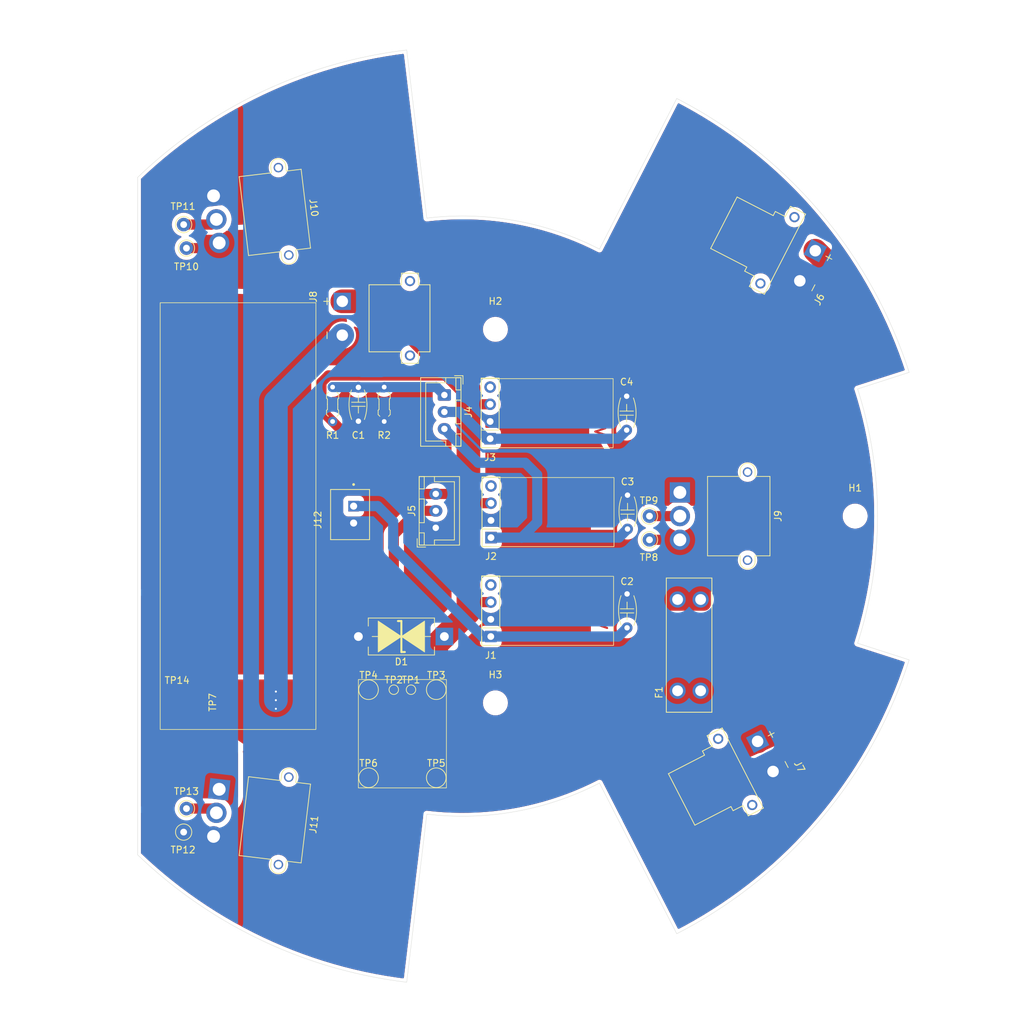
<source format=kicad_pcb>
(kicad_pcb (version 20241229) (generator "pcbnew") (generator_version "9.0")
  (title_block (title "SSL power board") (date "2025-10-02") (rev "V01") (company "Oxebots") (comment 1 "https://creativecommons.org/licenses/by/4.0/") (comment 2 "License: CC BY 4.0 ") (comment 3 "Author: Erick Suzart"))
  (layers (0 "F.Cu" signal) (2 "B.Cu" signal) (13 "F.Paste" user) (15 "B.Paste" user) (5 "F.SilkS" user "F.Silkscreen") (7 "B.SilkS" user "B.Silkscreen") (1 "F.Mask" user) (3 "B.Mask" user) (25 "Edge.Cuts" user))
  (net 0 "")
  (net 1 "V_{ BATT}")
  (net 2 "GND")
  (net 3 "+12V")
  (net 4 "+5V")
  (net 5 "+3.3V")
  (net 8 "Net-(J5-Pin_2)")
  (net 9 "Net-(J9-Pin_2)")
  (net 10 "/B_{6s}")
  (net 11 "/B_{4s}")
  (net 12 "Net-(J10-Pin_2)")
  (net 14 "/B_{2s}")
  (net 15 "/B_{GND}")
  (net 16 "Net-(J11-Pin_2)")
  (net 17 "/V_{MON}")
  (net 18 "GND_{BMS}")
  (footprint "TestPoint:TestPoint_Pad_D2.5mm" (layer "F.Cu") (at 75.105 142.72)
    (property "Reference" "TP6" (at 0 -2.148 0) (layer "F.SilkS"))
    (property "Value" "V-")
    (pad "1" smd circle (at 0 0) (size 2.5 2.5) (layers "F.Cu" "F.Mask") (net 18 "GND_{BMS}"))
  )
  (footprint "Connector_PinSocket_2.54mm:PinSocket_1x04_P2.54mm_Vertical" (layer "F.Cu") (at 93.065 92.66 180)
    (property "Reference" "J3" (at 0 -2.77 0) (layer "F.SilkS"))
    (property "Value" "PinSocket_1x04_P2.54")
    (pad "1" thru_hole rect (at 0 0 180) (size 1.7 1.7) (drill 1) (layers "*.Cu" "*.Mask") (net 5 "+3.3V"))
    (pad "2" thru_hole circle (at 0 2.54 180) (size 1.7 1.7) (drill 1) (layers "*.Cu" "*.Mask") (net 2 "GND"))
    (pad "3" thru_hole circle (at 0 5.08 180) (size 1.7 1.7) (drill 1) (layers "*.Cu" "*.Mask") (net 1 "V_{ BATT}"))
    (pad "4" thru_hole circle (at 0 7.62 180) (size 1.7 1.7) (drill 1) (layers "*.Cu" "*.Mask"))
  )
  (footprint "MountingHole:MountingHole_3.2mm_M3" (layer "F.Cu") (at 93.847149 76.515383)
    (property "Reference" "H2" (at 0 -4.15 0) (layer "F.SilkS"))
    (property "Value" "MountingHole")
    (pad "" np_thru_hole circle (at 0 0) (size 3.2 3.2) (drill 3.2) (layers "*.Cu" "*.Mask"))
  )
  (footprint "PCM_Capacitor_THT_AKL:C_Disc_D5.0mm_W2.5mm_P5.00mm" (layer "F.Cu") (at 113.295 115.58 -90)
    (property "Reference" "C2" (at -1.838 0 180) (layer "F.SilkS"))
    (property "Value" "100nF" (hide yes))
    (pad "1" thru_hole circle (at 0 0 270) (size 1.6 1.6) (drill 0.8) (layers "*.Cu" "*.Mask") (net 2 "GND"))
    (pad "2" thru_hole circle (at 5 0 270) (size 1.6 1.6) (drill 0.8) (layers "*.Cu" "*.Mask") (net 3 "+12V"))
  )
  (footprint "Connector_Wire:SolderWirePad_1x01_SMD_5x10mm" (layer "F.Cu") (at 58.075 131.59 90)
    (property "Reference" "TP7" (at 0 -6 90) (layer "F.SilkS"))
    (property "Value" "P-")
    (pad "1" smd roundrect (at 0 0 90) (size 5 10) (layers "F.Cu" "F.Mask") (net 18 "GND_{BMS}"))
  )
  (footprint "oxebots_connectors:AMASS_MR30PW-M_1x03_P3.50mm_Horizontal" (layer "F.Cu") (at 121.095891 100.59 -90)
    (property "Reference" "J9" (at 3.5 -14.5 90) (layer "F.SilkS"))
    (property "Value" "MR30PW-M")
    (pad "" thru_hole circle (at -3 -10 270) (size 1.4 1.4) (drill 1) (layers "*.Cu" "*.Mask"))
    (pad "" thru_hole circle (at 10 -10 270) (size 1.4 1.4) (drill 1) (layers "*.Cu" "*.Mask"))
    (pad "1" thru_hole rect (at 0 0 270) (size 3 3) (drill 1.9) (layers "*.Cu" "*.Mask") (net 11 "/B_{4s}"))
    (pad "2" thru_hole circle (at 3.5 0 270) (size 3 3) (drill 1.9) (layers "*.Cu" "*.Mask") (net 9 "Net-(J9-Pin_2)"))
    (pad "3" thru_hole circle (at 7 0 270) (size 3 3) (drill 1.9) (layers "*.Cu" "*.Mask") (net 10 "/B_{6s}"))
  )
  (footprint "PCM_Diode_THT_AKL:D_DO-201_P12.70mm_Horizontal_TVS" (layer "F.Cu") (at 86.305 121.87 180)
    (property "Reference" "D1" (at 6.35 -3.725 0) (layer "F.SilkS"))
    (property "Value" "1.5KE30CA" (hide yes))
    (pad "1" thru_hole rect (at 0 0 180) (size 2.6 2.6) (drill 1.3) (layers "*.Cu" "*.Mask") (net 1 "V_{ BATT}"))
    (pad "2" thru_hole oval (at 12.7 0 180) (size 2.6 2.6) (drill 1.3) (layers "*.Cu" "*.Mask") (net 2 "GND"))
  )
  (footprint "MountingHole:MountingHole_3.2mm_M3" (layer "F.Cu") (at 93.847143 131.664619)
    (property "Reference" "H3" (at 0 -4.15 0) (layer "F.SilkS"))
    (property "Value" "MountingHole")
    (pad "" np_thru_hole circle (at 0 0) (size 3.2 3.2) (drill 3.2) (layers "*.Cu" "*.Mask"))
  )
  (footprint "TestPoint:TestPoint_THTPad_D2.0mm_Drill1.0mm" (layer "F.Cu") (at 48.205 64.523178 -83.2)
    (property "Reference" "TP10" (at 2.71757 0.324051 0) (layer "F.SilkS"))
    (property "Value" "B4")
    (pad "1" thru_hole circle (at 0 0 276.8) (size 2 2) (drill 1) (layers "*.Cu" "*.Mask") (net 11 "/B_{4s}"))
  )
  (footprint "Connector_JST:JST_XH_B3B-XH-A_1x03_P2.50mm_Vertical" (layer "F.Cu") (at 85.035 105.815 90)
    (property "Reference" "J5" (at 2.5 -3.55 90) (layer "F.SilkS"))
    (property "Value" "JST_XH_B3B")
    (pad "1" thru_hole roundrect (at 0 0 90) (size 1.7 1.95) (drill 0.95) (layers "*.Cu" "*.Mask") (roundrect_rratio 0.147059) (net 2 "GND"))
    (pad "2" thru_hole oval (at 2.5 0 90) (size 1.7 1.95) (drill 0.95) (layers "*.Cu" "*.Mask") (net 8 "Net-(J5-Pin_2)"))
    (pad "3" thru_hole oval (at 5 0 90) (size 1.7 1.95) (drill 0.95) (layers "*.Cu" "*.Mask") (net 1 "V_{ BATT}"))
  )
  (footprint "TestPoint:TestPoint_Pad_D1.0mm" (layer "F.Cu") (at 81.375 129.72)
    (property "Reference" "TP1" (at 0 -1.448 0) (layer "F.SilkS"))
    (property "Value" "SW+")
    (pad "1" smd circle (at 0 0) (size 1 1) (layers "F.Cu" "F.Mask") (net 1 "V_{ BATT}"))
  )
  (footprint "TestPoint:TestPoint_THTPad_D2.0mm_Drill1.0mm" (layer "F.Cu") (at 116.605 107.59 -90)
    (property "Reference" "TP8" (at 2.596 0.074 180) (layer "F.SilkS"))
    (property "Value" "B6")
    (pad "1" thru_hole circle (at 0 0 270) (size 2 2) (drill 1) (layers "*.Cu" "*.Mask") (net 10 "/B_{6s}"))
  )
  (footprint "TestPoint:TestPoint_Pad_D2.5mm" (layer "F.Cu") (at 85.105 129.72)
    (property "Reference" "TP3" (at 0 -2.148 0) (layer "F.SilkS"))
    (property "Value" "V+")
    (pad "1" smd circle (at 0 0) (size 2.5 2.5) (layers "F.Cu" "F.Mask") (net 1 "V_{ BATT}"))
  )
  (footprint "PCM_Capacitor_THT_AKL:C_Disc_D5.0mm_W2.5mm_P5.00mm" (layer "F.Cu") (at 113.362 100.995 -90)
    (property "Reference" "C3" (at -1.985 0 180) (layer "F.SilkS"))
    (property "Value" "100nF" (hide yes))
    (pad "1" thru_hole circle (at 0 0 270) (size 1.6 1.6) (drill 0.8) (layers "*.Cu" "*.Mask") (net 2 "GND"))
    (pad "2" thru_hole circle (at 5 0 270) (size 1.6 1.6) (drill 0.8) (layers "*.Cu" "*.Mask") (net 4 "+5V"))
  )
  (footprint "oxebots_connectors:AMASS_MR30PW-M_1x03_P3.50mm_Horizontal" (layer "F.Cu") (at 52.20996 56.802794 -83.2)
    (property "Reference" "J10" (at 3.499999 -14.500001 96.8) (layer "F.SilkS"))
    (property "Value" "MR30PW-M")
    (pad "" thru_hole circle (at -3 -9.999999 276.8) (size 1.4 1.4) (drill 1) (layers "*.Cu" "*.Mask"))
    (pad "" thru_hole circle (at 10.000002 -9.999999 276.8) (size 1.4 1.4) (drill 1) (layers "*.Cu" "*.Mask"))
    (pad "1" thru_hole rect (at 0 0 276.8) (size 3 3) (drill 1.9) (layers "*.Cu" "*.Mask") (net 14 "/B_{2s}"))
    (pad "2" thru_hole circle (at 3.500001 -0.000001 276.8) (size 3 3) (drill 1.9) (layers "*.Cu" "*.Mask") (net 12 "Net-(J10-Pin_2)"))
    (pad "3" thru_hole circle (at 7 0 276.8) (size 3 3) (drill 1.9) (layers "*.Cu" "*.Mask") (net 11 "/B_{4s}"))
  )
  (footprint "oxebots_connectors:AMASS_MR30PW-M_1x03_P3.50mm_Horizontal" (layer "F.Cu") (at 53.038787 144.426447 -96.8)
    (property "Reference" "J11" (at 3.5 -14.5 83.2) (layer "F.SilkS"))
    (property "Value" "MR30PW-M")
    (pad "" thru_hole circle (at -3 -10 263.2) (size 1.4 1.4) (drill 1) (layers "*.Cu" "*.Mask"))
    (pad "" thru_hole circle (at 9.999999 -10.000002 263.2) (size 1.4 1.4) (drill 1) (layers "*.Cu" "*.Mask"))
    (pad "1" thru_hole rect (at 0 0 263.2) (size 3 3) (drill 1.9) (layers "*.Cu" "*.Mask") (net 15 "/B_{GND}"))
    (pad "2" thru_hole circle (at 3.5 0 263.2) (size 3 3) (drill 1.9) (layers "*.Cu" "*.Mask") (net 16 "Net-(J11-Pin_2)"))
    (pad "3" thru_hole circle (at 7 0 263.2) (size 3 3) (drill 1.9) (layers "*.Cu" "*.Mask") (net 14 "/B_{2s}"))
  )
  (footprint "MountingHole:MountingHole_3.2mm_M3" (layer "F.Cu") (at 146.985 104.09)
    (property "Reference" "H1" (at 0 -4.15 0) (layer "F.SilkS"))
    (property "Value" "MountingHole")
    (pad "" np_thru_hole circle (at 0 0) (size 3.2 3.2) (drill 3.2) (layers "*.Cu" "*.Mask"))
  )
  (footprint "oxebots_connectors:AMASS_XT30PW-M" (layer "F.Cu") (at 81.225 74.88 -90)
    (property "Reference" "J8" (at -3.175 14.2875 90) (layer "F.SilkS"))
    (property "Value" "XT30PW-M")
    (pad "N" thru_hole circle (at 2.5 10 270) (size 2.55 2.55) (drill 1.7) (layers "*.Cu" "*.Mask") (net 18 "GND_{BMS}"))
    (pad "P" thru_hole rect (at -2.5 10 270) (size 2.55 2.55) (drill 1.7) (layers "*.Cu" "*.Mask") (net 1 "V_{ BATT}"))
    (pad "S1" thru_hole circle (at 5.5 0 270) (size 1.508 1.508) (drill 1) (layers "*.Cu" "*.Mask"))
    (pad "S2" thru_hole circle (at -5.5 0 270) (size 1.508 1.508) (drill 1) (layers "*.Cu" "*.Mask"))
  )
  (footprint "TestPoint:TestPoint_THTPad_D2.0mm_Drill1.0mm" (layer "F.Cu") (at 47.790586 150.74538 -96.8)
    (property "Reference" "TP12" (at 2.613266 -0.217364 0) (layer "F.SilkS"))
    (property "Value" "B2")
    (pad "1" thru_hole circle (at 0 0 263.2) (size 2 2) (drill 1) (layers "*.Cu" "*.Mask") (net 14 "/B_{2s}"))
  )
  (footprint "Connector_PinSocket_2.54mm:PinSocket_1x04_P2.54mm_Vertical" (layer "F.Cu") (at 93.163 121.87 180)
    (property "Reference" "J1" (at 0 -2.77 0) (layer "F.SilkS"))
    (property "Value" "PinSocket_1x04_P2.54")
    (pad "1" thru_hole rect (at 0 0 180) (size 1.7 1.7) (drill 1) (layers "*.Cu" "*.Mask") (net 3 "+12V"))
    (pad "2" thru_hole circle (at 0 2.54 180) (size 1.7 1.7) (drill 1) (layers "*.Cu" "*.Mask") (net 2 "GND"))
    (pad "3" thru_hole circle (at 0 5.08 180) (size 1.7 1.7) (drill 1) (layers "*.Cu" "*.Mask") (net 1 "V_{ BATT}"))
    (pad "4" thru_hole circle (at 0 7.62 180) (size 1.7 1.7) (drill 1) (layers "*.Cu" "*.Mask"))
  )
  (footprint "TestPoint:TestPoint_Pad_D1.0mm" (layer "F.Cu") (at 78.835 129.72)
    (property "Reference" "TP2" (at 0 -1.448 0) (layer "F.SilkS"))
    (property "Value" "SW_{NO}")
    (pad "1" smd circle (at 0 0) (size 1 1) (layers "F.Cu" "F.Mask") (net 8 "Net-(J5-Pin_2)"))
  )
  (footprint "PCM_Capacitor_THT_AKL:C_Disc_D5.0mm_W2.5mm_P5.00mm" (layer "F.Cu") (at 113.235 86.39 -90)
    (property "Reference" "C4" (at -2.112 0.006 180) (layer "F.SilkS"))
    (property "Value" "100nF" (hide yes))
    (pad "1" thru_hole circle (at 0 0 270) (size 1.6 1.6) (drill 0.8) (layers "*.Cu" "*.Mask") (net 2 "GND"))
    (pad "2" thru_hole circle (at 5 0 270) (size 1.6 1.6) (drill 0.8) (layers "*.Cu" "*.Mask") (net 5 "+3.3V"))
  )
  (footprint "PCM_Capacitor_THT_AKL:C_Disc_D5.0mm_W2.5mm_P5.00mm" (layer "F.Cu") (at 73.605 90.08 90)
    (property "Reference" "C1" (at -2.072 0 180) (layer "F.SilkS"))
    (property "Value" "100nF" (hide yes))
    (pad "1" thru_hole circle (at 0 0 90) (size 1.6 1.6) (drill 0.8) (layers "*.Cu" "*.Mask") (net 2 "GND"))
    (pad "2" thru_hole circle (at 5 0 90) (size 1.6 1.6) (drill 0.8) (layers "*.Cu" "*.Mask") (net 17 "/V_{MON}"))
  )
  (footprint "PCM_Resistor_THT_AKL:R_Axial_DIN0204_L3.6mm_D1.6mm_P5.08mm_Horizontal" (layer "F.Cu") (at 77.415 85.04 -90)
    (property "Reference" "R2" (at 7.112 0 180) (layer "F.SilkS"))
    (property "Value" "220K" (hide yes))
    (pad "1" thru_hole circle (at 0 0 270) (size 1.4 1.4) (drill 0.7) (layers "*.Cu" "*.Mask") (net 17 "/V_{MON}"))
    (pad "2" thru_hole oval (at 5.08 0 270) (size 1.4 1.4) (drill 0.7) (layers "*.Cu" "*.Mask") (net 2 "GND"))
  )
  (footprint "TestPoint:TestPoint_Pad_D2.5mm" (layer "F.Cu") (at 75.105 129.72)
    (property "Reference" "TP4" (at 0 -2.148 0) (layer "F.SilkS"))
    (property "Value" "V^{-}_{no}")
    (pad "1" smd circle (at 0 0) (size 2.5 2.5) (layers "F.Cu" "F.Mask") (net 2 "GND"))
  )
  (footprint "Connector_JST:JST_XH_B3B-XH-A_1x03_P2.50mm_Vertical" (layer "F.Cu") (at 86.305 86.21 -90)
    (property "Reference" "J4" (at 2.5 -3.55 90) (layer "F.SilkS"))
    (property "Value" "JST_XH_B3B")
    (pad "1" thru_hole roundrect (at 0 0 270) (size 1.7 1.95) (drill 0.95) (layers "*.Cu" "*.Mask") (roundrect_rratio 0.147059) (net 17 "/V_{MON}"))
    (pad "2" thru_hole oval (at 2.5 0 270) (size 1.7 1.95) (drill 0.95) (layers "*.Cu" "*.Mask") (net 5 "+3.3V"))
    (pad "3" thru_hole oval (at 5 0 270) (size 1.7 1.95) (drill 0.95) (layers "*.Cu" "*.Mask") (net 4 "+5V"))
  )
  (footprint "oxebots_connectors:JST_B2B-XH-A" (layer "F.Cu") (at 72.373 103.866 90)
    (property "Reference" "J12" (at -0.775 -4.76 90) (layer "F.SilkS"))
    (property "Value" "12V connection")
    (pad "1" thru_hole rect (at 1.25 0.525 90) (size 1.575 1.575) (drill 1.05) (layers "*.Cu" "*.Mask") (net 3 "+12V"))
    (pad "2" thru_hole circle (at -1.25 0.525 90) (size 1.575 1.575) (drill 1.05) (layers "*.Cu" "*.Mask") (net 2 "GND"))
  )
  (footprint "oxebots_connectors:AMASS_XT30PW-F" (layer "F.Cu") (at 129.271 141.856 117.2)
    (property "Reference" "J7" (at -3.635 8.805 117.2) (layer "F.SilkS"))
    (property "Value" "XT30PW-F")
    (pad "N" thru_hole circle (at -2.5 5 117.2) (size 2.55 2.55) (drill 1.7) (layers "*.Cu" "*.Mask") (net 2 "GND"))
    (pad "P" thru_hole rect (at 2.5 5 117.2) (size 2.55 2.55) (drill 1.7) (layers "*.Cu" "*.Mask") (net 1 "V_{ BATT}"))
    (pad "S1" thru_hole circle (at 5.5 0 117.2) (size 1.508 1.508) (drill 1) (layers "*.Cu" "*.Mask"))
    (pad "S2" thru_hole circle (at -5.5 0 117.2) (size 1.508 1.508) (drill 1) (layers "*.Cu" "*.Mask"))
  )
  (footprint "TestPoint:TestPoint_THTPad_D2.0mm_Drill1.0mm" (layer "F.Cu") (at 116.605 104.09 -90)
    (property "Reference" "TP9" (at -2.286 0.074 180) (layer "F.SilkS"))
    (property "Value" "B5")
    (pad "1" thru_hole circle (at 0 0 270) (size 2 2) (drill 1) (layers "*.Cu" "*.Mask") (net 9 "Net-(J9-Pin_2)"))
  )
  (footprint "TestPoint:TestPoint_THTPad_D2.0mm_Drill1.0mm" (layer "F.Cu") (at 48.205 147.27 -96.8)
    (property "Reference" "TP13" (at -2.522132 0.300746 0) (layer "F.SilkS"))
    (property "Value" "B1")
    (pad "1" thru_hole circle (at 0 0 263.2) (size 2 2) (drill 1) (layers "*.Cu" "*.Mask") (net 16 "Net-(J11-Pin_2)"))
  )
  (footprint "PCM_Resistor_THT_AKL:R_Axial_DIN0204_L3.6mm_D1.6mm_P5.08mm_Horizontal" (layer "F.Cu") (at 69.795 90.12 90)
    (property "Reference" "R1" (at -2.032 0 180) (layer "F.SilkS"))
    (property "Value" "5.6M" (hide yes))
    (pad "1" thru_hole circle (at 0 0 90) (size 1.4 1.4) (drill 0.7) (layers "*.Cu" "*.Mask") (net 1 "V_{ BATT}"))
    (pad "2" thru_hole oval (at 5.08 0 90) (size 1.4 1.4) (drill 0.7) (layers "*.Cu" "*.Mask") (net 17 "/V_{MON}"))
  )
  (footprint "oxebots:FUSE_3557-10" (layer "F.Cu") (at 122.460891 123.14 90)
    (property "Reference" "F1" (at -6.985 -4.445 90) (layer "F.SilkS"))
    (property "Value" "30A")
    (pad "1_1" thru_hole circle (at -6.735 -1.7 90) (size 2.4 2.4) (drill 1.6) (layers "*.Cu" "*.Mask") (net 1 "V_{ BATT}"))
    (pad "1_2" thru_hole circle (at -6.735 1.7 90) (size 2.4 2.4) (drill 1.6) (layers "*.Cu" "*.Mask") (net 1 "V_{ BATT}"))
    (pad "2_1" thru_hole circle (at 6.735 -1.7 90) (size 2.4 2.4) (drill 1.6) (layers "*.Cu" "*.Mask") (net 10 "/B_{6s}"))
    (pad "2_2" thru_hole circle (at 6.735 1.7 90) (size 2.4 2.4) (drill 1.6) (layers "*.Cu" "*.Mask") (net 10 "/B_{6s}"))
  )
  (footprint "Connector_Wire:SolderWirePad_1x01_SMD_5x10mm" (layer "F.Cu") (at 46.825 122.34 180)
    (property "Reference" "TP14" (at 0 -6 0) (layer "F.SilkS"))
    (property "Value" "B-")
    (pad "1" smd roundrect (at 0 0 180) (size 5 10) (layers "F.Cu" "F.Mask") (net 15 "/B_{GND}"))
  )
  (footprint "TestPoint:TestPoint_Pad_D2.5mm" (layer "F.Cu") (at 85.105 142.72)
    (property "Reference" "TP5" (at 0 -2.148 0) (layer "F.SilkS"))
    (property "Value" "B+")
    (pad "1" smd circle (at 0 0) (size 2.5 2.5) (layers "F.Cu" "F.Mask") (net 1 "V_{ BATT}"))
  )
  (footprint "Connector_PinSocket_2.54mm:PinSocket_1x04_P2.54mm_Vertical" (layer "F.Cu") (at 93.192 107.265 180)
    (property "Reference" "J2" (at 0 -2.77 0) (layer "F.SilkS"))
    (property "Value" "PinSocket_1x04_P2.54")
    (pad "1" thru_hole rect (at 0 0 180) (size 1.7 1.7) (drill 1) (layers "*.Cu" "*.Mask") (net 4 "+5V"))
    (pad "2" thru_hole circle (at 0 2.54 180) (size 1.7 1.7) (drill 1) (layers "*.Cu" "*.Mask") (net 2 "GND"))
    (pad "3" thru_hole circle (at 0 5.08 180) (size 1.7 1.7) (drill 1) (layers "*.Cu" "*.Mask") (net 1 "V_{ BATT}"))
    (pad "4" thru_hole circle (at 0 7.62 180) (size 1.7 1.7) (drill 1) (layers "*.Cu" "*.Mask"))
  )
  (footprint "TestPoint:TestPoint_THTPad_D2.0mm_Drill1.0mm" (layer "F.Cu") (at 47.790585 61.047799 -83.2)
    (property "Reference" "TP11" (at -2.670043 -0.224135 0) (layer "F.SilkS"))
    (property "Value" "B3")
    (pad "1" thru_hole circle (at 0 0 276.8) (size 2 2) (drill 1) (layers "*.Cu" "*.Mask") (net 12 "Net-(J10-Pin_2)"))
  )
  (footprint "oxebots_connectors:AMASS_XT30PW-F" (layer "F.Cu") (at 135.510347 64.843828 62.8)
    (property "Reference" "J6" (at -3.635 8.805 62.8) (layer "F.SilkS"))
    (property "Value" "XT30PW-F")
    (pad "N" thru_hole circle (at -2.5 5 62.8) (size 2.55 2.55) (drill 1.7) (layers "*.Cu" "*.Mask") (net 2 "GND"))
    (pad "P" thru_hole rect (at 2.5 5 62.8) (size 2.55 2.55) (drill 1.7) (layers "*.Cu" "*.Mask") (net 1 "V_{ BATT}"))
    (pad "S1" thru_hole circle (at 5.5 0 62.8) (size 1.508 1.508) (drill 1) (layers "*.Cu" "*.Mask"))
    (pad "S2" thru_hole circle (at -5.5 0 62.8) (size 1.508 1.508) (drill 1) (layers "*.Cu" "*.Mask"))
  )
  (gr_poly (pts (xy 71.784437 157.848889) (xy 71.860284 157.212816) (xy 71.867563 157.163538) (xy 71.877611 157.116349) (xy 71.890721 157.071491) (xy 71.907184 157.02921) (xy 71.916763 157.009111) (xy 71.927291 156.989748) (xy 71.938802 156.971151) (xy 71.951333 156.953351) (xy 71.964922 156.936377) (xy 71.979604 156.920261) (xy 71.995416 156.905033) (xy 72.012393 156.890723) (xy 72.030574 156.877362) (xy 72.049993 156.864981) (xy 72.070688 156.853609) (xy 72.092695 156.843278) (xy 72.116051 156.834019) (xy 72.140791 156.825861) (xy 72.166953 156.818834) (xy 72.194571 156.81297) (xy 72.223685 156.808298) (xy 72.254329 156.804851) (xy 72.28654 156.802657) (xy 72.320354 156.801748) (xy 72.355808 156.802154) (xy 72.392939 156.803905) (xy 72.431783 156.807032) (xy 72.472376 156.811565) (xy 72.688653 156.832827) (xy 79.807602 157.685847) (xy 79.851955 157.691618) (xy 79.869869 157.694557) (xy 79.885163 157.697832) (xy 79.891882 157.699667) (xy 79.898011 157.701673) (xy 79.903569 157.703877) (xy 79.908578 157.706307) (xy 79.913059 157.708991) (xy 79.917035 157.71196) (xy 79.920524 157.715241) (xy 79.923549 157.718862) (xy 79.926131 157.722851) (xy 79.928291 157.727237) (xy 79.93005 157.732049) (xy 79.931429 157.737315) (xy 79.932448 157.743063) (xy 79.933131 157.749323) (xy 79.933497 157.756121) (xy 79.933567 157.763487) (xy 79.932905 157.780035) (xy 79.931314 157.799195) (xy 79.926022 157.84626) (xy 79.609866 160.497624) (xy 79.611021 160.497762) (xy 79.29336 163.161748) (xy 79.289416 163.194064) (xy 79.287265 163.210166) (xy 79.284881 163.22631) (xy 79.284006 163.231692) (xy 79.282991 163.236865) (xy 79.281835 163.241828) (xy 79.280541 163.246584) (xy 79.279107 163.251133) (xy 79.277536 163.255478) (xy 79.275827 163.259617) (xy 79.273979 163.263554) (xy 79.271997 163.26729) (xy 79.269879 163.270825) (xy 79.267625 163.274161) (xy 79.265237 163.277297) (xy 79.262714 163.280237) (xy 79.260058 163.282982) (xy 79.25727 163.28553) (xy 79.254348 163.287886) (xy 79.251296 163.290049) (xy 79.248113 163.292021) (xy 79.244799 163.293802) (xy 79.241355 163.295394) (xy 79.237783 163.296798) (xy 79.234081 163.298017) (xy 79.230251 163.299048) (xy 79.226295 163.299897) (xy 79.22221 163.300561) (xy 79.218001 163.301044) (xy 79.213666 163.301345) (xy 79.209205 163.301467) (xy 79.204619 163.30141) (xy 79.199911 163.301176) (xy 79.190124 163.300179) (xy 79.141931 163.294034) (xy 79.093624 163.288177) (xy 78.997054 163.276766) (xy 73.380215 162.606999) (xy 73.486652 161.714385) (xy 73.518638 161.717399) (xy 73.550596 161.71882) (xy 73.582468 161.718663) (xy 73.614199 161.716947) (xy 73.645735 161.713684) (xy 73.677021 161.708892) (xy 73.707999 161.702586) (xy 73.738617 161.69478) (xy 73.768817 161.685491) (xy 73.798545 161.674735) (xy 73.827745 161.662526) (xy 73.856363 161.648881) (xy 73.884343 161.633814) (xy 73.911628 161.617341) (xy 73.938165 161.599479) (xy 73.963897 161.580242) (xy 73.988646 161.559755) (xy 74.012247 161.538162) (xy 74.034673 161.515514) (xy 74.055897 161.491863) (xy 74.075889 161.467257) (xy 74.094622 161.441745) (xy 74.112067 161.415381) (xy 74.128196 161.388212) (xy 74.142983 161.360289) (xy 74.156397 161.331663) (xy 74.168411 161.302383) (xy 74.178998 161.272499) (xy 74.188127 161.242062) (xy 74.195773 161.211123) (xy 74.201906 161.179729) (xy 74.206498 161.147933) (xy 74.209512 161.115947) (xy 74.210934 161.08399) (xy 74.210778 161.052118) (xy 74.209062 161.020386) (xy 74.2058 160.988849) (xy 74.201009 160.957565) (xy 74.194703 160.926585) (xy 74.186898 160.895969) (xy 74.177609 160.865768) (xy 74.166854 160.83604) (xy 74.154645 160.806839) (xy 74.141001 160.778221) (xy 74.125935 160.750242) (xy 74.109463 160.722955) (xy 74.091601 160.696419) (xy 74.072365 160.670685) (xy 74.051877 160.645936) (xy 74.030286 160.622335) (xy 74.007638 160.599908) (xy 73.983986 160.578685) (xy 73.95938 160.558691) (xy 73.933869 160.539958) (xy 73.907504 160.522513) (xy 73.880334 160.506382) (xy 73.85241 160.491596) (xy 73.823782 160.478181) (xy 73.794501 160.466165) (xy 73.764615 160.455578) (xy 73.734175 160.446448) (xy 73.703233 160.438801) (xy 73.671836 160.432666) (xy 73.640036 160.428073) (xy 73.800514 159.082264) (xy 73.8325 159.085277) (xy 73.864458 159.086697) (xy 73.896329 159.086542) (xy 73.928061 159.084825) (xy 73.959597 159.081563) (xy 73.990882 159.076771) (xy 74.021861 159.070464) (xy 74.052478 159.062659) (xy 74.082679 159.053369) (xy 74.112406 159.042613) (xy 74.141607 159.030404) (xy 74.170225 159.016759) (xy 74.198204 159.001692) (xy 74.22549 158.98522) (xy 74.252026 158.967358) (xy 74.277759 158.948121) (xy 74.302508 158.927633) (xy 74.326109 158.906041) (xy 74.348535 158.883393) (xy 74.369759 158.859742) (xy 74.389751 158.835135) (xy 74.408483 158.809624) (xy 74.425929 158.783259) (xy 74.442058 158.756091) (xy 74.456844 158.728168) (xy 74.470259 158.699542) (xy 74.482272 158.670262) (xy 74.492859 158.640378) (xy 74.501988 158.609941) (xy 74.509634 158.579002) (xy 74.515768 158.547608) (xy 74.52036 158.515812) (xy 74.523467 158.482617) (xy 74.524875 158.449661) (xy 74.524621 158.416988) (xy 74.522739 158.384645) (xy 74.519266 158.352674) (xy 74.514236 158.321123) (xy 74.507687 158.290036) (xy 74.499652 158.259459) (xy 74.490168 158.229437) (xy 74.479271 158.200014) (xy 74.466995 158.171237) (xy 74.453377 158.14315) (xy 74.438453 158.115798) (xy 74.422256 158.089227) (xy 74.404823 158.063483) (xy 74.386191 158.03861) (xy 74.366395 158.014653) (xy 74.345468 157.991658) (xy 74.323449 157.96967) (xy 74.300372 157.948734) (xy 74.276273 157.928895) (xy 74.251186 157.910199) (xy 74.225149 157.892691) (xy 74.198196 157.876416) (xy 74.170364 157.861419) (xy 74.141688 157.847745) (xy 74.112201 157.83544) (xy 74.081943 157.824549) (xy 74.050947 157.815118) (xy 74.019248 157.80719) (xy 73.986884 157.800812) (xy 73.953888 157.796029) (xy 73.920694 157.792919) (xy 73.887738 157.791507) (xy 73.855065 157.791758) (xy 73.822721 157.793637) (xy 73.790751 157.797107) (xy 73.759199 157.802132) (xy 73.728112 157.808679) (xy 73.697533 157.81671) (xy 73.66751 157.826191) (xy 73.638086 157.837085) (xy 73.609308 157.849358) (xy 73.581219 157.862973) (xy 73.553866 157.877895) (xy 73.527294 157.894089) (xy 73.501548 157.911518) (xy 73.476673 157.930147) (xy 73.452714 157.949942) (xy 73.429716 157.970865) (xy 73.407726 157.992881) (xy 73.386787 158.015956) (xy 73.366947 158.040054) (xy 73.348248 158.065137) (xy 73.330737 158.091172) (xy 73.31446 158.118122) (xy 73.29946 158.145953) (xy 73.285784 158.174627) (xy 73.273476 158.20411) (xy 73.262582 158.234367) (xy 73.253147 158.265362) (xy 73.245217 158.297059) (xy 73.238835 158.329421) (xy 73.23405 158.36241) (xy 73.231037 158.394391) (xy 73.229615 158.426347) (xy 73.22977 158.45822) (xy 73.231486 158.489951) (xy 73.234748 158.521487) (xy 73.239539 158.552773) (xy 73.245846 158.583751) (xy 73.25365 158.614369) (xy 73.262939 158.644569) (xy 73.273696 158.674298) (xy 73.285903 158.703498) (xy 73.299549 158.732116) (xy 73.314615 158.760095) (xy 73.331086 158.787382) (xy 73.348948 158.813919) (xy 73.368184 158.839652) (xy 73.388671 158.864401) (xy 73.410264 158.888002) (xy 73.432911 158.91043) (xy 73.456562 158.931653) (xy 73.481169 158.951646) (xy 73.506679 158.970379) (xy 73.533045 158.987824) (xy 73.560214 159.003955) (xy 73.588138 159.018742) (xy 73.616766 159.032157) (xy 73.646047 159.044172) (xy 73.675933 159.054759) (xy 73.706373 159.063889) (xy 73.737316 159.071536) (xy 73.768713 159.07767) (xy 73.800514 159.082264) (xy 73.640036 160.428073) (xy 73.608048 160.42506) (xy 73.576092 160.42364) (xy 73.54422 160.423795) (xy 73.512488 160.425512) (xy 73.480953 160.428774) (xy 73.449667 160.433566) (xy 73.418689 160.439873) (xy 73.388071 160.447678) (xy 73.357871 160.456967) (xy 73.328143 160.467723) (xy 73.298942 160.479933) (xy 73.270325 160.493578) (xy 73.242345 160.508645) (xy 73.21506 160.525117) (xy 73.188522 160.542979) (xy 73.162789 160.562216) (xy 73.138042 160.582704) (xy 73.11444 160.604296) (xy 73.092014 160.626944) (xy 73.070791 160.650595) (xy 73.050799 160.675202) (xy 73.032065 160.700714) (xy 73.014621 160.727079) (xy 72.99849 160.754248) (xy 72.983704 160.782172) (xy 72.97029 160.810799) (xy 72.958276 160.840079) (xy 72.94769 160.869964) (xy 72.938559 160.900403) (xy 72.930914 160.931344) (xy 72.924781 160.962739) (xy 72.920188 160.994531) (xy 72.917175 161.026511) (xy 72.915753 161.058469) (xy 72.915909 161.09034) (xy 72.917625 161.122072) (xy 72.920887 161.153609) (xy 72.925678 161.184893) (xy 72.931984 161.215873) (xy 72.939789 161.24649) (xy 72.949077 161.27669) (xy 72.959834 161.306418) (xy 72.972042 161.335619) (xy 72.985687 161.364237) (xy 73.000753 161.392217) (xy 73.017224 161.419503) (xy 73.035087 161.44604) (xy 73.054322 161.471773) (xy 73.07481 161.496522) (xy 73.096402 161.520124) (xy 73.119049 161.54255) (xy 73.142701 161.563774) (xy 73.167308 161.583767) (xy 73.192818 161.6025) (xy 73.219184 161.619946) (xy 73.246353 161.636076) (xy 73.274277 161.650863) (xy 73.302905 161.664278) (xy 73.332186 161.676293) (xy 73.362072 161.68688) (xy 73.392512 161.696011) (xy 73.423455 161.703658) (xy 73.454851 161.709792) (xy 73.486652 161.714385) (xy 73.380215 162.606999) (xy 71.805498 162.419225) (xy 71.778006 162.41515) (xy 71.750946 162.409538) (xy 71.724357 162.402403) (xy 71.698281 162.393762) (xy 71.672756 162.383628) (xy 71.647824 162.372014) (xy 71.623525 162.358936) (xy 71.599898 162.344409) (xy 71.576985 162.328446) (xy 71.554824 162.311062) (xy 71.533457 162.292272) (xy 71.512925 162.27209) (xy 71.493266 162.250532) (xy 71.474522 162.227609) (xy 71.456733 162.203339) (xy 71.439937 162.177736) (xy 71.424178 162.150811) (xy 71.409493 162.122583) (xy 71.395925 162.093064) (xy 71.383512 162.062268) (xy 71.372295 162.030211) (xy 71.362314 161.996908) (xy 71.35361 161.96237) (xy 71.346222 161.926616) (xy 71.340192 161.889657) (xy 71.335559 161.85151) (xy 71.332364 161.812187) (xy 71.330646 161.771705) (xy 71.330447 161.730076) (xy 71.331805 161.687316) (xy 71.334762 161.64344) (xy 71.339357 161.598461) (xy 71.542395 159.872168)) (fill yes) (layer "F.Cu"))
  (gr_poly (pts (xy 79.611406 160.497807) (xy 79.611021 160.497762) (xy 79.611067 160.497377)) (fill yes) (layer "F.Cu"))
  (gr_poly (pts (xy 77.30468 163.507068) (xy 77.306033 163.500206) (xy 77.307714 163.493485) (xy 77.309713 163.486914) (xy 77.312023 163.480499) (xy 77.314632 163.474247) (xy 77.317531 163.468167) (xy 77.320711 163.462266) (xy 77.324162 163.456552) (xy 77.327873 163.451033) (xy 77.331838 163.445714) (xy 77.336044 163.440605) (xy 77.340483 163.435712) (xy 77.345145 163.431043) (xy 77.35002 163.426607) (xy 77.3551 163.42241) (xy 77.360374 163.41846) (xy 77.365833 163.414764) (xy 77.371466 163.41133) (xy 77.377265 163.408166) (xy 77.38322 163.405279) (xy 77.389322 163.402677) (xy 77.395561 163.400367) (xy 77.401926 163.398356) (xy 77.408409 163.396654) (xy 77.415 163.395265) (xy 77.42169 163.394199) (xy 77.428468 163.393463) (xy 77.435326 163.393065) (xy 77.442253 163.393011) (xy 77.449241 163.393311) (xy 77.456278 163.39397) (xy 79.961466 163.692695) (xy 79.968461 163.69371) (xy 79.975323 163.695062) (xy 79.982043 163.696742) (xy 79.988614 163.698742) (xy 79.99503 163.701051) (xy 80.001281 163.703661) (xy 80.007362 163.70656) (xy 80.013263 163.709739) (xy 80.018976 163.71319) (xy 80.024497 163.716903) (xy 80.029816 163.720866) (xy 80.034925 163.725073) (xy 80.039817 163.729511) (xy 80.044485 163.734174) (xy 80.048922 163.73905) (xy 80.053119 163.744129) (xy 80.05707 163.749403) (xy 80.060765 163.754861) (xy 80.064198 163.760495) (xy 80.067363 163.766295) (xy 80.070249 163.772249) (xy 80.072852 163.778351) (xy 80.075162 163.784589) (xy 80.077172 163.790955) (xy 80.078875 163.797438) (xy 80.080264 163.804029) (xy 80.081329 163.810719) (xy 80.082066 163.817497) (xy 80.082464 163.824354) (xy 80.082517 163.831282) (xy 80.082218 163.838269) (xy 80.081558 163.845307) (xy 79.929212 165.122925) (xy 79.928198 165.12992) (xy 79.926845 165.136783) (xy 79.925165 165.143503) (xy 79.923166 165.150074) (xy 79.920856 165.15649) (xy 79.918247 165.162741) (xy 79.915348 165.168821) (xy 79.912168 165.174722) (xy 79.908717 165.180436) (xy 79.905005 165.185956) (xy 79.901041 165.191274) (xy 79.896835 165.196384) (xy 79.892396 165.201277) (xy 79.887734 165.205945) (xy 79.882858 165.210382) (xy 79.877779 165.214579) (xy 79.872505 165.218528) (xy 79.867046 165.222224) (xy 79.861413 165.225658) (xy 79.855613 165.228822) (xy 79.849659 165.231709) (xy 79.843557 165.234312) (xy 79.837318 165.236621) (xy 79.830953 165.238632) (xy 79.82447 165.240335) (xy 79.817878 165.241724) (xy 79.811189 165.242789) (xy 79.80441 165.243525) (xy 79.797553 165.243923) (xy 79.790626 165.243977) (xy 79.783638 165.243678) (xy 79.776601 165.243018) (xy 77.271413 164.944293) (xy 77.264418 164.943279) (xy 77.257556 164.941926) (xy 77.250836 164.940246) (xy 77.244264 164.938246) (xy 77.237849 164.935937) (xy 77.231597 164.933328) (xy 77.225517 164.930429) (xy 77.219617 164.927249) (xy 77.213902 164.923798) (xy 77.208382 164.920086) (xy 77.203063 164.916122) (xy 77.197954 164.911915) (xy 77.193061 164.907477) (xy 77.188393 164.902814) (xy 77.183957 164.897938) (xy 77.179759 164.89286) (xy 77.175809 164.887586) (xy 77.172113 164.882127) (xy 77.16868 164.876494) (xy 77.165516 164.870694) (xy 77.16263 164.864739) (xy 77.160027 164.858638) (xy 77.157717 164.852399) (xy 77.155707 164.846033) (xy 77.154003 164.83955) (xy 77.152615 164.832959) (xy 77.151549 164.82627) (xy 77.150813 164.819491) (xy 77.150415 164.812634) (xy 77.150362 164.805707) (xy 77.15066 164.798719) (xy 77.15132 164.791682) (xy 77.303667 163.514064)) (stroke (width 0) (color 29 29 27 1)) (fill yes) (layer "F.Cu"))
  (gr_poly (pts (xy 71.867997 157.620722) (xy 71.791661 158.260891) (xy 70.670733 157.927139) (xy 70.700019 157.68154)) (stroke (width 0) (color 29 29 27 1)) (fill yes) (layer "F.Cu"))
  (gr_poly (pts (xy 78.23126 155.736537) (xy 78.232613 155.729675) (xy 78.234294 155.722954) (xy 78.236293 155.716383) (xy 78.238603 155.709967) (xy 78.241211 155.703716) (xy 78.24411 155.697636) (xy 78.247291 155.691735) (xy 78.250741 155.686021) (xy 78.254453 155.680501) (xy 78.258418 155.675183) (xy 78.262623 155.670073) (xy 78.267063 155.66518) (xy 78.271724 155.660512) (xy 78.2766 155.656075) (xy 78.28168 155.651878) (xy 78.286954 155.647928) (xy 78.292413 155.644232) (xy 78.298046 155.640799) (xy 78.303845 155.637634) (xy 78.3098 155.634748) (xy 78.315902 155.632145) (xy 78.32214 155.629836) (xy 78.328506 155.627825) (xy 78.334988 155.626122) (xy 78.34158 155.624733) (xy 78.348269 155.623668) (xy 78.355048 155.622931) (xy 78.361906 155.622534) (xy 78.368833 155.622479) (xy 78.37582 155.622779) (xy 78.382858 155.623439) (xy 80.888045 155.922164) (xy 80.89504 155.923178) (xy 80.901903 155.92453) (xy 80.908623 155.926211) (xy 80.915194 155.92821) (xy 80.92161 155.93052) (xy 80.927861 155.933129) (xy 80.933942 155.936028) (xy 80.939843 155.939208) (xy 80.945556 155.942659) (xy 80.951076 155.946371) (xy 80.956395 155.950335) (xy 80.961504 155.954541) (xy 80.966397 155.95898) (xy 80.971065 155.963642) (xy 80.975502 155.968518) (xy 80.979699 155.973597) (xy 80.983649 155.978871) (xy 80.987345 155.98433) (xy 80.990778 155.989963) (xy 80.993943 155.995763) (xy 80.996829 156.001718) (xy 80.999432 156.007819) (xy 81.001741 156.014058) (xy 81.003752 156.020424) (xy 81.005455 156.026907) (xy 81.006844 156.033498) (xy 81.007909 156.040187) (xy 81.008646 156.046966) (xy 81.009043 156.053823) (xy 81.009097 156.060751) (xy 81.008798 156.067738) (xy 81.008138 156.074776) (xy 80.855792 157.352393) (xy 80.854778 157.359388) (xy 80.853425 157.36625) (xy 80.851745 157.372971) (xy 80.849745 157.379542) (xy 80.847436 157.385958) (xy 80.844827 157.392209) (xy 80.841928 157.39829) (xy 80.838748 157.404191) (xy 80.835297 157.409904) (xy 80.831585 157.415424) (xy 80.82762 157.420743) (xy 80.823415 157.425852) (xy 80.818975 157.430745) (xy 80.814314 157.435413) (xy 80.809438 157.43985) (xy 80.804359 157.444047) (xy 80.799085 157.447997) (xy 80.793626 157.451693) (xy 80.787993 157.455126) (xy 80.782193 157.458291) (xy 80.776238 157.461178) (xy 80.770136 157.46378) (xy 80.763898 157.466089) (xy 80.757533 157.4681) (xy 80.75105 157.469803) (xy 80.744458 157.471192) (xy 80.737769 157.472257) (xy 80.73099 157.472994) (xy 80.724133 157.473391) (xy 80.717206 157.473446) (xy 80.710218 157.473146) (xy 80.70318 157.472487) (xy 78.197993 157.173762) (xy 78.190998 157.172747) (xy 78.184136 157.171395) (xy 78.177416 157.169714) (xy 78.170844 157.167715) (xy 78.164428 157.165405) (xy 78.158177 157.162796) (xy 78.152097 157.159897) (xy 78.146197 157.156717) (xy 78.140482 157.153266) (xy 78.134962 157.149554) (xy 78.129643 157.145591) (xy 78.124534 157.141384) (xy 78.119641 157.136945) (xy 78.114973 157.132283) (xy 78.110536 157.127407) (xy 78.106339 157.122328) (xy 78.102389 157.117054) (xy 78.098693 157.111595) (xy 78.09526 157.105962) (xy 78.092096 157.100162) (xy 78.089209 157.094208) (xy 78.086606 157.088106) (xy 78.084297 157.081867) (xy 78.082286 157.075502) (xy 78.080583 157.069019) (xy 78.079195 157.062427) (xy 78.078129 157.055738) (xy 78.077393 157.048959) (xy 78.076995 157.042102) (xy 78.076942 157.035175) (xy 78.07724 157.028187) (xy 78.0779 157.02115) (xy 78.230247 155.743533)) (stroke (width 0) (color 29 29 27 1)) (fill yes) (layer "F.Cu"))
  (gr_line (start 115.769 102.566) (end 115.769 102.566) (stroke (width 0.2)) (layer "F.Cu"))
  (gr_rect (start 91.862 98.395) (end 111.362 108.595) (stroke (width 0.1)) (fill no) (layer "F.SilkS"))
  (gr_rect (start 91.795 112.98) (end 111.295 123.18) (stroke (width 0.1)) (fill no) (layer "F.SilkS"))
  (gr_rect (start 91.735 83.79) (end 111.235 93.99) (stroke (width 0.1)) (fill no) (layer "F.SilkS"))
  (gr_rect (start 73.605 128.22) (end 86.605 144.22) (stroke (width 0.1)) (fill no) (layer "F.SilkS"))
  (gr_rect (start 44.325 72.59) (end 67.325 135.59) (stroke (width 0.1)) (fill no) (layer "F.SilkS"))
  (gr_arc (start 154.966532 125.313505) (mid 141.822103 148.948001) (end 120.633704 165.753273) (stroke (width 0.05)) (layer "Edge.Cuts"))
  (gr_arc (start 83.714744 60.093641) (mid 96.808319 60.475199) (end 109.218211 64.668276) (stroke (width 0.05)) (layer "Edge.Cuts"))
  (gr_arc (start 80.741247 172.908897) (mid 59.330697 166.736807) (end 40.985 154.09) (stroke (width 0.05)) (layer "Edge.Cuts"))
  (gr_line (start 40.985 104.09) (end 40.985 154.09) (stroke (width 0.05)) (layer "Edge.Cuts"))
  (gr_line (start 80.741257 35.271103) (end 83.714744 60.093641) (stroke (width 0.05)) (layer "Edge.Cuts"))
  (gr_line (start 109.21821 143.511724) (end 120.633704 165.753273) (stroke (width 0.05)) (layer "Edge.Cuts"))
  (gr_arc (start 109.218211 143.511724) (mid 96.808319 147.704801) (end 83.714744 148.086359) (stroke (width 0.05)) (layer "Edge.Cuts"))
  (gr_line (start 80.741257 172.908897) (end 83.714744 148.086359) (stroke (width 0.05)) (layer "Edge.Cuts"))
  (gr_arc (start 147.350821 85.316178) (mid 149.555149 94.588292) (end 150.295892 104.09) (stroke (width 0.05)) (layer "Edge.Cuts"))
  (gr_arc (start 40.985 54.09) (mid 59.330698 41.443194) (end 80.741247 35.271103) (stroke (width 0.05)) (layer "Edge.Cuts"))
  (gr_line (start 154.966532 125.313505) (end 147.350821 122.863822) (stroke (width 0.05)) (layer "Edge.Cuts"))
  (gr_arc (start 150.295892 104.09) (mid 149.55515 113.591708) (end 147.350821 122.863822) (stroke (width 0.05)) (layer "Edge.Cuts"))
  (gr_line (start 154.966532 82.866495) (end 147.350821 85.316178) (stroke (width 0.05)) (layer "Edge.Cuts"))
  (gr_arc (start 120.633704 42.426727) (mid 141.822103 59.231999) (end 154.966532 82.866495) (stroke (width 0.05)) (layer "Edge.Cuts"))
  (gr_line (start 40.985 104.09) (end 40.985 54.09) (stroke (width 0.05)) (layer "Edge.Cuts"))
  (gr_line (start 109.21821 64.668276) (end 120.633704 42.426727) (stroke (width 0.05)) (layer "Edge.Cuts"))
  (gr_text "CRG" (at 87.575 71.832 270) (layer "F.Cu") (effects (font (size 1.5 1.5) (thickness 0.3) (bold yes)) (justify left bottom)))
  (gr_text "V01" (at 76.145 43.638 276.8) (layer "F.Cu") (effects (font (size 3 3) (thickness 0.6) (bold yes)) (justify left bottom)))
  (gr_text "5 V" (at 108.657 101.296 270) (layer "F.Cu") (effects (font (size 1.5 1.5) (thickness 0.3) (bold yes)) (justify left bottom)))
  (gr_text "3.3 V" (at 108.403 86.056 270) (layer "F.Cu") (effects (font (size 1.5 1.5) (thickness 0.3) (bold yes)) (justify left bottom)))
  (gr_text "12 V" (at 108.657 115.266 270) (layer "F.Cu") (effects (font (size 1.5 1.5) (thickness 0.3) (bold yes)) (justify left bottom)))
  (segment (start 90.705398 87.58) (end 86.454398 83.329) (width 1.5) (layer "F.Cu") (net 1))
  (segment (start 93.065 87.58) (end 90.705398 87.58) (width 1.5) (layer "F.Cu") (net 1))
  (segment (start 85.035 100.815) (end 80.49 100.815) (width 1.5) (layer "F.Cu") (net 1))
  (segment (start 143.455 78.436) (end 135.327 86.564) (width 3.5) (layer "F.Cu") (net 1))
  (segment (start 143.455 67.260603) (end 143.455 78.436) (width 3.5) (layer "F.Cu") (net 1))
  (segment (start 68.144 84.356133) (end 68.144 88.469) (width 1.5) (layer "F.Cu") (net 1))
  (segment (start 125.103368 129.875) (end 120.760891 129.875) (width 3.5) (layer "F.Cu") (net 1))
  (segment (start 77.050448 72.38) (end 89.861 85.190552) (width 3.5) (layer "F.Cu") (net 1))
  (segment (start 69.171133 83.329) (end 68.144 84.356133) (width 1.5) (layer "F.Cu") (net 1))
  (segment (start 86.305 121.87) (end 89.861 118.314) (width 3.5) (layer "F.Cu") (net 1))
  (segment (start 85.105 123.07) (end 86.305 121.87) (width 3.5) (layer "F.Cu") (net 1))
  (segment (start 85.105 123.07) (end 85.105 129.72) (width 3.5) (layer "F.Cu") (net 1))
  (segment (start 86.454398 83.329) (end 69.171133 83.329) (width 1.5) (layer "F.Cu") (net 1))
  (segment (start 93.163 116.79) (end 91.385 116.79) (width 1.5) (layer "F.Cu") (net 1))
  (segment (start 141.100174 64.905777) (end 143.455 67.260603) (width 3.5) (layer "F.Cu") (net 1))
  (segment (start 71.225 72.38) (end 77.050448 72.38) (width 3.5) (layer "F.Cu") (net 1))
  (segment (start 90.75 102.185) (end 89.38 100.815) (width 1.5) (layer "F.Cu") (net 1))
  (segment (start 89.38 100.815) (end 85.035 100.815) (width 1.5) (layer "F.Cu") (net 1))
  (segment (start 91.385 116.79) (end 89.861 118.314) (width 1.5) (layer "F.Cu") (net 1))
  (segment (start 89.861 85.190552) (end 89.861 118.314) (width 3.5) (layer "F.Cu") (net 1))
  (segment (start 132.575337 137.346969) (end 125.103368 129.875) (width 3.5) (layer "F.Cu") (net 1))
  (segment (start 135.327 86.564) (end 135.327 129.236) (width 3.5) (layer "F.Cu") (net 1))
  (segment (start 93.192 102.185) (end 90.75 102.185) (width 1.5) (layer "F.Cu") (net 1))
  (segment (start 80.49 100.815) (end 69.795 90.12) (width 1.5) (layer "F.Cu") (net 1))
  (segment (start 68.144 88.469) (end 69.795 90.12) (width 1.5) (layer "F.Cu") (net 1))
  (segment (start 81.375 129.72) (end 85.105 129.72) (width 1.5) (layer "F.Cu") (net 1))
  (segment (start 76.454 102.616) (end 72.898 102.616) (width 1.5) (layer "B.Cu") (net 3))
  (segment (start 91.898 121.87) (end 78.74 108.712) (width 1.5) (layer "B.Cu") (net 3))
  (segment (start 78.74 108.712) (end 78.74 104.902) (width 1.5) (layer "B.Cu") (net 3))
  (segment (start 112.005 121.87) (end 93.163 121.87) (width 1.5) (layer "B.Cu") (net 3))
  (segment (start 113.295 120.58) (end 112.005 121.87) (width 1.5) (layer "B.Cu") (net 3))
  (segment (start 78.74 104.902) (end 76.454 102.616) (width 1.5) (layer "B.Cu") (net 3))
  (segment (start 93.163 121.87) (end 91.898 121.87) (width 1.5) (layer "B.Cu") (net 3))
  (segment (start 86.305 91.21) (end 91.311 96.216) (width 1.5) (layer "B.Cu") (net 4))
  (segment (start 98.243 96.216) (end 100.021 97.994) (width 1.5) (layer "B.Cu") (net 4))
  (segment (start 100.021 97.994) (end 100.021 104.979) (width 1.5) (layer "B.Cu") (net 4))
  (segment (start 100.021 104.979) (end 97.735 107.265) (width 1.5) (layer "B.Cu") (net 4))
  (segment (start 97.735 107.265) (end 112.092 107.265) (width 1.5) (layer "B.Cu") (net 4))
  (segment (start 112.092 107.265) (end 113.362 105.995) (width 1.5) (layer "B.Cu") (net 4))
  (segment (start 93.192 107.265) (end 97.735 107.265) (width 1.5) (layer "B.Cu") (net 4))
  (segment (start 91.311 96.216) (end 98.243 96.216) (width 1.5) (layer "B.Cu") (net 4))
  (segment (start 86.305 88.71) (end 88.53 88.71) (width 1.5) (layer "B.Cu") (net 5))
  (segment (start 88.53 88.71) (end 92.48 92.66) (width 1.5) (layer "B.Cu") (net 5))
  (segment (start 92.48 92.66) (end 93.065 92.66) (width 1.5) (layer "B.Cu") (net 5))
  (segment (start 113.235 91.39) (end 111.965 92.66) (width 1.5) (layer "B.Cu") (net 5))
  (segment (start 111.965 92.66) (end 93.065 92.66) (width 1.5) (layer "B.Cu") (net 5))
  (segment (start 78.835 129.72) (end 78.835 106.839) (width 1.5) (layer "F.Cu") (net 8))
  (segment (start 82.359 103.315) (end 85.035 103.315) (width 1.5) (layer "F.Cu") (net 8))
  (segment (start 78.835 106.839) (end 82.359 103.315) (width 1.5) (layer "F.Cu") (net 8))
  (segment (start 121.095891 104.09) (end 116.605 104.09) (width 1.5) (layer "F.Cu") (net 9))
  (segment (start 116.605 107.59) (end 121.095891 107.59) (width 1.5) (layer "F.Cu") (net 10))
  (segment (start 52.269163 64.523178) (end 53.038788 63.753553) (width 1.5) (layer "F.Cu") (net 11))
  (segment (start 48.205 64.523178) (end 52.269163 64.523178) (width 1.5) (layer "F.Cu") (net 11))
  (segment (start 47.790585 61.047799) (end 51.85475 61.047799) (width 1.5) (layer "F.Cu") (net 12))
  (segment (start 51.85475 61.047799) (end 52.624375 60.278174) (width 1.5) (layer "F.Cu") (net 12))
  (segment (start 47.790586 150.74538) (end 51.578133 150.74538) (width 1.5) (layer "F.Cu") (net 14))
  (segment (start 51.578133 150.74538) (end 52.209959 151.377206) (width 1.5) (layer "F.Cu") (net 14))
  (segment (start 48.205 147.27) (end 51.992547 147.27) (width 1.5) (layer "F.Cu") (net 16))
  (segment (start 51.992547 147.27) (end 52.624373 147.901826) (width 1.5) (layer "F.Cu") (net 16))
  (segment (start 85.135 85.04) (end 86.305 86.21) (width 1.5) (layer "B.Cu") (net 17))
  (segment (start 77.375 85.08) (end 77.415 85.04) (width 1.5) (layer "B.Cu") (net 17))
  (segment (start 77.415 85.04) (end 85.135 85.04) (width 1.5) (layer "B.Cu") (net 17))
  (segment (start 69.795 85.04) (end 73.565 85.04) (width 1.5) (layer "B.Cu") (net 17))
  (segment (start 73.565 85.04) (end 73.605 85.08) (width 1.5) (layer "B.Cu") (net 17))
  (segment (start 73.605 85.08) (end 77.375 85.08) (width 1.5) (layer "B.Cu") (net 17))
  (via (at 61.413 129.998) (size 0.6) (drill 0.3) (layers "F.Cu" "B.Cu") (net 18))
  (via (at 61.413 132.538) (size 0.6) (drill 0.3) (layers "F.Cu" "B.Cu") (net 18))
  (via (at 61.413 131.268) (size 0.6) (drill 0.3) (layers "F.Cu" "B.Cu") (net 18))
  (segment (start 61.413 87.192) (end 61.413 129.998) (width 3.5) (layer "B.Cu") (net 18))
  (segment (start 71.225 77.38) (end 61.413 87.192) (width 3.5) (layer "B.Cu") (net 18))
  (segment (start 61.413 129.998) (end 61.413 131.268) (width 3.5) (layer "B.Cu") (net 18))
  (zone (net 1) (net_name "V_{ BATT}") (layer "F.Cu") (priority 2) (connect_pads yes (clearance 0.75)) (min_thickness 0.25) (fill yes (thermal_gap 0.5) (thermal_bridge_width 0.5))
    (polygon (pts (xy 135.112248 126.95) (xy 135.174941 126.950466) (xy 135.30008 126.958323) (xy 135.424481 126.974004) (xy 135.547656 126.997447) (xy 135.66912 127.02856) (xy 135.788396 127.067221) (xy 135.905017 127.113278) (xy 136.018523 127.166549) (xy 136.128469 127.226827) (xy 136.234424 127.293873) (xy 136.33597 127.367425) (xy 136.43271 127.447193) (xy 136.524262 127.532865) (xy 136.610268 127.624104) (xy 136.69039 127.720551) (xy 136.764313 127.821828) (xy 136.831746 127.927536) (xy 136.892425 128.037262) (xy 136.946111 128.150572) (xy 136.992594 128.267024) (xy 137.031691 128.386158) (xy 137.063247 128.507508) (xy 137.087141 128.630596) (xy 137.103277 128.754939) (xy 137.111592 128.880048) (xy 137.112235 128.942739) (xy 137.137169 135.810911) (xy 137.136959 135.871556) (xy 137.13005 135.992646) (xy 137.115816 136.113095) (xy 137.094308 136.23246) (xy 137.065606 136.350302) (xy 137.029816 136.466188) (xy 136.987068 136.579692) (xy 136.937521 136.690397) (xy 136.881356 136.797896) (xy 136.818779 136.901793) (xy 136.750021 137.001708) (xy 136.675335 137.097272) (xy 136.594994 137.188134) (xy 136.509295 137.273961) (xy 136.418552 137.354436) (xy 136.323099 137.429264) (xy 136.223287 137.49817) (xy 136.119482 137.560901) (xy 136.012066 137.617225) (xy 135.956921 137.64246) (xy 111.716113 148.535006) (xy 111.693826 148.544858) (xy 85.292452 160.023716) (xy 85.235497 160.047988) (xy 85.11911 160.090239) (xy 85.000332 160.125209) (xy 84.879618 160.152764) (xy 84.75743 160.172798) (xy 84.634237 160.185234) (xy 84.510511 160.190026) (xy 84.386725 160.187153) (xy 84.263354 160.176629) (xy 84.14087 160.158492) (xy 84.019744 160.132812) (xy 83.900437 160.099689) (xy 83.783409 160.059247) (xy 83.669106 160.011644) (xy 83.557968 159.95706) (xy 83.450419 159.895705) (xy 83.346872 159.827814) (xy 83.247723 159.753647) (xy 83.153353 159.673489) (xy 83.064122 159.587646) (xy 82.980373 159.496447) (xy 82.902426 159.400241) (xy 82.830581 159.299398) (xy 82.765111 159.194303) (xy 84.781 159.08536) (xy 85.035 158.954) (xy 85.035 158.7) (xy 84.781 158.192) (xy 85.035 158.192) (xy 84.527 157.938) (xy 85.035 153.62) (xy 83.765 156.16) (xy 83.211259 148.482598) (xy 82.495 128.95) (xy 82.495469 128.887162) (xy 82.50336 128.761735) (xy 82.519111 128.63705) (xy 82.54266 128.5136) (xy 82.573915 128.391873) (xy 82.612751 128.272349) (xy 82.659015 128.155498) (xy 82.712525 128.041784) (xy 82.77307 127.931653) (xy 82.84041 127.825542) (xy 82.91428 127.723868) (xy 82.994389 127.627033) (xy 83.08042 127.53542) (xy 83.172033 127.449389) (xy 83.268868 127.36928) (xy 83.370542 127.29541) (xy 83.476653 127.22807) (xy 83.586784 127.167525) (xy 83.700498 127.114015) (xy 83.817349 127.067751) (xy 83.936873 127.028915) (xy 84.0586 126.99766) (xy 84.18205 126.974111) (xy 84.306735 126.95836) (xy 84.432162 126.950469) (xy 84.495 126.95)))
  )
  (zone (net 18) (net_name "GND_{BMS}") (layer "F.Cu") (priority 2) (connect_pads yes (clearance 0.75)) (min_thickness 0.25) (fill yes (thermal_gap 0.5) (thermal_bridge_width 0.5))
    (polygon (pts (xy 53.015 128.22) (xy 52.971358 128.220428) (xy 52.884405 128.228036) (xy 52.798447 128.243192) (xy 52.714137 128.265783) (xy 52.632116 128.295636) (xy 52.553009 128.332524) (xy 52.477419 128.376167) (xy 52.40592 128.426231) (xy 52.339056 128.482336) (xy 52.277336 128.544056) (xy 52.221231 128.61092) (xy 52.171167 128.682419) (xy 52.127524 128.758009) (xy 52.090636 128.837116) (xy 52.060783 128.919137) (xy 52.038192 129.003447) (xy 52.023036 129.089405) (xy 52.015428 129.176358) (xy 52.015 129.22) (xy 52.015 134.04397) (xy 52.015433 134.088002) (xy 52.023182 134.175724) (xy 52.038614 134.262425) (xy 52.061609 134.347434) (xy 52.091989 134.430092) (xy 52.129519 134.509758) (xy 52.173907 134.585816) (xy 52.224812 134.657677) (xy 52.281837 134.724784) (xy 52.344542 134.786618) (xy 52.41244 134.842699) (xy 52.448471 134.868012) (xy 72.079061 148.364042) (xy 72.114755 148.388074) (xy 72.1896 148.430551) (xy 72.267817 148.46644) (xy 72.348828 148.495474) (xy 72.432035 148.517441) (xy 72.516822 148.532176) (xy 72.602561 148.539572) (xy 72.64559 148.54) (xy 78.955 148.54) (xy 78.998642 148.539572) (xy 79.085595 148.531964) (xy 79.171553 148.516808) (xy 79.255863 148.494217) (xy 79.337884 148.464364) (xy 79.416991 148.427476) (xy 79.492581 148.383833) (xy 79.56408 148.333769) (xy 79.630944 148.277664) (xy 79.692664 148.215944) (xy 79.748769 148.14908) (xy 79.798833 148.077581) (xy 79.842476 148.001991) (xy 79.879364 147.922884) (xy 79.909217 147.840863) (xy 79.931808 147.756553) (xy 79.946964 147.670595) (xy 79.954572 147.583642) (xy 79.955 147.54) (xy 79.955 141.388375) (xy 79.954578 141.344563) (xy 79.94691 141.257275) (xy 79.931633 141.170993) (xy 79.908866 141.086378) (xy 79.878784 141.00408) (xy 79.841616 140.924729) (xy 79.797648 140.848935) (xy 79.747217 140.777278) (xy 79.69071 140.710308) (xy 79.62856 140.648539) (xy 79.595184 140.620154) (xy 64.993134 128.451779) (xy 64.959499 128.424303) (xy 64.888195 128.374704) (xy 64.812859 128.331475) (xy 64.734059 128.29494) (xy 64.652387 128.265376) (xy 64.56846 128.243005) (xy 64.482909 128.227994) (xy 64.396379 128.220459) (xy 64.35295 128.22)))
  )
  (zone (net 15) (net_name "/B_{GND}") (layer "F.Cu") (priority 2) (connect_pads yes (clearance 0.75)) (min_thickness 0.25) (fill yes (thermal_gap 0.5) (thermal_bridge_width 0.5))
    (polygon (pts (arc (start 55.03704 137.779686) (mid 55.617222 138.482913) (end 55.825 139.370585)) (arc (start 55.825 145.27) (mid 55.239214 146.684214) (end 53.825 147.27)) (arc (start 42.585 147.27) (mid 41.170786 146.684214) (end 40.585 145.27)) (arc (start 40.585 117.52) (mid 41.170786 116.105786) (end 42.585 115.52)) (arc (start 48.745 115.52) (mid 50.159214 116.105786) (end 50.745 117.52)) (arc (start 50.745 133.519173) (mid 50.952783 134.406844) (end 51.53296 135.110072))))
  )
  (zone (net 10) (net_name "/B_{6s}") (layer "F.Cu") (priority 2) (connect_pads yes (clearance 0.75)) (min_thickness 0.25) (fill yes (thermal_gap 0.5) (thermal_bridge_width 0.5))
    (polygon (pts (xy 118.674882 117.06) (xy 118.67531 117.103643) (xy 118.682918 117.190595) (xy 118.698074 117.276554) (xy 118.720665 117.360865) (xy 118.750518 117.442887) (xy 118.787406 117.521994) (xy 118.831048 117.597585) (xy 118.881112 117.669085) (xy 118.937217 117.73595) (xy 118.998937 117.797671) (xy 119.0658 117.853777) (xy 119.137299 117.903842) (xy 119.21289 117.947486) (xy 119.291997 117.984375) (xy 119.374017 118.01423) (xy 119.458328 118.036822) (xy 119.544287 118.05198) (xy 119.631239 118.059589) (xy 119.674882 118.06) (xy 124.675 118.06) (xy 124.718642 118.059572) (xy 124.805595 118.051964) (xy 124.891553 118.036808) (xy 124.975863 118.014217) (xy 125.057884 117.984364) (xy 125.136991 117.947476) (xy 125.212581 117.903833) (xy 125.28408 117.853769) (xy 125.350944 117.797664) (xy 125.412664 117.735944) (xy 125.468769 117.66908) (xy 125.518833 117.597581) (xy 125.562476 117.521991) (xy 125.599364 117.442884) (xy 125.629217 117.360863) (xy 125.651808 117.276553) (xy 125.666964 117.190595) (xy 125.674572 117.103642) (xy 125.675 117.06) (xy 125.675 106.789675) (xy 125.674571 106.746033) (xy 125.666961 106.659083) (xy 125.651803 106.573126) (xy 125.629211 106.488817) (xy 125.599356 106.406799) (xy 125.562468 106.327694) (xy 125.518825 106.252105) (xy 125.46876 106.180608) (xy 125.412655 106.113746) (xy 125.350936 106.052028) (xy 125.284072 105.995925) (xy 125.212574 105.945862) (xy 125.136984 105.902221) (xy 125.057878 105.865334) (xy 124.975859 105.835482) (xy 124.89155 105.812892) (xy 124.805593 105.797735) (xy 124.718642 105.790128) (xy 124.675 105.789675) (xy 119.674882 105.789675) (xy 119.63124 105.790104) (xy 119.544288 105.797713) (xy 119.45833 105.812871) (xy 119.37402 105.835462) (xy 119.292 105.865316) (xy 119.212894 105.902204) (xy 119.137303 105.945847) (xy 119.065804 105.995911) (xy 118.998941 106.052016) (xy 118.937221 106.113735) (xy 118.881115 106.180599) (xy 118.831051 106.252097) (xy 118.787408 106.327687) (xy 118.750519 106.406793) (xy 118.720664 106.488813) (xy 118.698072 106.573123) (xy 118.682914 106.659081) (xy 118.675304 106.746033) (xy 118.674882 106.789675)))
  )
  (zone (net 11) (net_name "/B_{4s}") (layer "F.Cu") (priority 2) (connect_pads yes (clearance 0.75)) (min_thickness 0.25) (fill yes (thermal_gap 0.5) (thermal_bridge_width 0.5))
    (polygon (pts (arc (start 106.763545 62.104429) (mid 106.881325 62.175852) (end 107.003741 62.238999)) (arc (start 124.550444 70.538115) (mid 125.37635 71.262508) (end 125.695062 72.313834)) (arc (start 126.150222 100.533746) (mid 125.576054 101.968764) (end 124.150482 102.566)) (arc (start 116.907474 102.566) (mid 115.918078 102.304115) (end 115.187765 101.587077)) (arc (start 106.563838 87.062568) (mid 106.01023 86.458775) (end 105.260996 86.127573)) (arc (start 90.824045 83.050846) (mid 90.626238 82.997974) (end 90.434873 82.925155)) (arc (start 63.282543 70.968166) (mid 62.929008 70.850411) (end 62.559764 70.800282)) (arc (start 52.524692 70.382154) (mid 51.21676 69.820753) (end 50.613417 68.531632)) (arc (start 50.242464 63.52377) (mid 50.238367 63.449949) (end 50.237 63.376027)) (xy 50.237 62.18) (xy 75.880424 60.656628) (xy 75.901582 60.655484) (xy 86.305 60.148) (xy 86.784727 59.668273) (xy 86.84012 59.61062) (arc (start 91.760644 54.280052) (mid 92.985064 53.651664) (end 94.325569 53.963209))))
  )
  (zone (net 2) (net_name "GND") (layers "F.Cu" "B.Cu") (priority 1) (connect_pads yes (clearance 0.75)) (min_thickness 0.25) (fill yes (thermal_gap 0.5) (thermal_bridge_width 0.5))
    (polygon (pts (xy 30.31552 27.89) (xy 29.048335 174.883455) (xy 159.965 176.48) (xy 159.965 27.89)))
  )
  (zone (net 14) (net_name "/B_{2s}") (layer "B.Cu") (priority 2) (connect_pads yes (clearance 0.75)) (min_thickness 0.25) (fill yes (thermal_gap 0.5) (thermal_bridge_width 0.5))
    (polygon (pts (xy 38.045 41.86) (xy 55.825 41.86) (xy 55.825 171.4) (xy 38.045 171.4)))
  )
)
</source>
